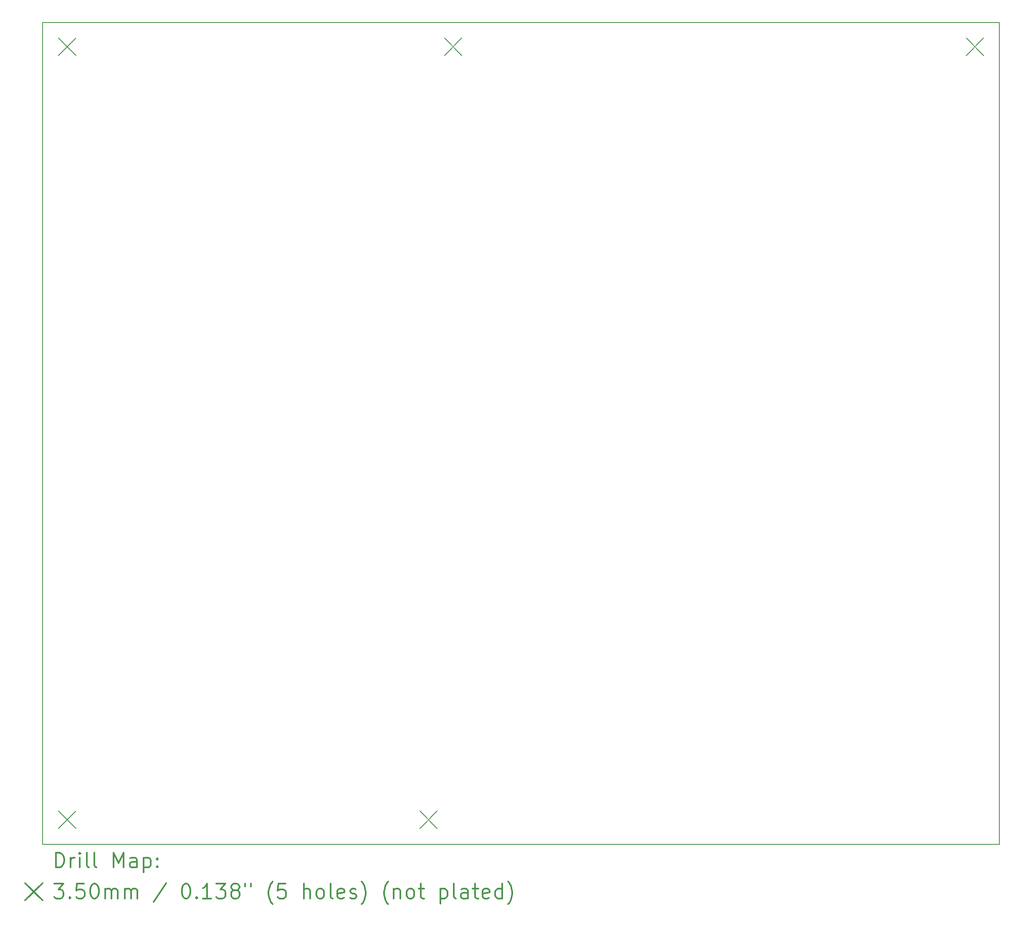
<source format=gbr>
%FSLAX45Y45*%
G04 Gerber Fmt 4.5, Leading zero omitted, Abs format (unit mm)*
G04 Created by KiCad (PCBNEW 4.0.7) date 05/29/19 08:08:42*
%MOMM*%
%LPD*%
G01*
G04 APERTURE LIST*
%ADD10C,0.127000*%
%ADD11C,0.150000*%
%ADD12C,0.200000*%
%ADD13C,0.300000*%
G04 APERTURE END LIST*
D10*
D11*
X3080000Y-19090000D02*
X3080000Y-2420000D01*
X22480000Y-19090000D02*
X3080000Y-19090000D01*
X22480000Y-2420000D02*
X22480000Y-19090000D01*
X3080000Y-2420000D02*
X22480000Y-2420000D01*
X3080000Y-19090000D02*
X3080000Y-16480000D01*
X22480000Y-19090000D02*
X3080000Y-19090000D01*
X22480000Y-16470000D02*
X22480000Y-19090000D01*
X3080000Y-2420000D02*
X3080000Y-16480000D01*
X22480000Y-2420000D02*
X22480000Y-16480000D01*
X3080000Y-2420000D02*
X22480000Y-2420000D01*
D12*
X3399994Y-2739994D02*
X3750006Y-3090006D01*
X3750006Y-2739994D02*
X3399994Y-3090006D01*
X3399994Y-18419994D02*
X3750006Y-18770006D01*
X3750006Y-18419994D02*
X3399994Y-18770006D01*
X10729994Y-18419994D02*
X11080006Y-18770006D01*
X11080006Y-18419994D02*
X10729994Y-18770006D01*
X11229994Y-2739994D02*
X11580006Y-3090006D01*
X11580006Y-2739994D02*
X11229994Y-3090006D01*
X21809994Y-2739994D02*
X22160006Y-3090006D01*
X22160006Y-2739994D02*
X21809994Y-3090006D01*
D13*
X3343928Y-19563214D02*
X3343928Y-19263214D01*
X3415357Y-19263214D01*
X3458214Y-19277500D01*
X3486786Y-19306072D01*
X3501071Y-19334643D01*
X3515357Y-19391786D01*
X3515357Y-19434643D01*
X3501071Y-19491786D01*
X3486786Y-19520357D01*
X3458214Y-19548929D01*
X3415357Y-19563214D01*
X3343928Y-19563214D01*
X3643928Y-19563214D02*
X3643928Y-19363214D01*
X3643928Y-19420357D02*
X3658214Y-19391786D01*
X3672500Y-19377500D01*
X3701071Y-19363214D01*
X3729643Y-19363214D01*
X3829643Y-19563214D02*
X3829643Y-19363214D01*
X3829643Y-19263214D02*
X3815357Y-19277500D01*
X3829643Y-19291786D01*
X3843928Y-19277500D01*
X3829643Y-19263214D01*
X3829643Y-19291786D01*
X4015357Y-19563214D02*
X3986786Y-19548929D01*
X3972500Y-19520357D01*
X3972500Y-19263214D01*
X4172500Y-19563214D02*
X4143928Y-19548929D01*
X4129643Y-19520357D01*
X4129643Y-19263214D01*
X4515357Y-19563214D02*
X4515357Y-19263214D01*
X4615357Y-19477500D01*
X4715357Y-19263214D01*
X4715357Y-19563214D01*
X4986786Y-19563214D02*
X4986786Y-19406072D01*
X4972500Y-19377500D01*
X4943929Y-19363214D01*
X4886786Y-19363214D01*
X4858214Y-19377500D01*
X4986786Y-19548929D02*
X4958214Y-19563214D01*
X4886786Y-19563214D01*
X4858214Y-19548929D01*
X4843929Y-19520357D01*
X4843929Y-19491786D01*
X4858214Y-19463214D01*
X4886786Y-19448929D01*
X4958214Y-19448929D01*
X4986786Y-19434643D01*
X5129643Y-19363214D02*
X5129643Y-19663214D01*
X5129643Y-19377500D02*
X5158214Y-19363214D01*
X5215357Y-19363214D01*
X5243929Y-19377500D01*
X5258214Y-19391786D01*
X5272500Y-19420357D01*
X5272500Y-19506072D01*
X5258214Y-19534643D01*
X5243929Y-19548929D01*
X5215357Y-19563214D01*
X5158214Y-19563214D01*
X5129643Y-19548929D01*
X5401071Y-19534643D02*
X5415357Y-19548929D01*
X5401071Y-19563214D01*
X5386786Y-19548929D01*
X5401071Y-19534643D01*
X5401071Y-19563214D01*
X5401071Y-19377500D02*
X5415357Y-19391786D01*
X5401071Y-19406072D01*
X5386786Y-19391786D01*
X5401071Y-19377500D01*
X5401071Y-19406072D01*
X2722488Y-19882494D02*
X3072500Y-20232506D01*
X3072500Y-19882494D02*
X2722488Y-20232506D01*
X3315357Y-19893214D02*
X3501071Y-19893214D01*
X3401071Y-20007500D01*
X3443928Y-20007500D01*
X3472500Y-20021786D01*
X3486786Y-20036072D01*
X3501071Y-20064643D01*
X3501071Y-20136072D01*
X3486786Y-20164643D01*
X3472500Y-20178929D01*
X3443928Y-20193214D01*
X3358214Y-20193214D01*
X3329643Y-20178929D01*
X3315357Y-20164643D01*
X3629643Y-20164643D02*
X3643928Y-20178929D01*
X3629643Y-20193214D01*
X3615357Y-20178929D01*
X3629643Y-20164643D01*
X3629643Y-20193214D01*
X3915357Y-19893214D02*
X3772500Y-19893214D01*
X3758214Y-20036072D01*
X3772500Y-20021786D01*
X3801071Y-20007500D01*
X3872500Y-20007500D01*
X3901071Y-20021786D01*
X3915357Y-20036072D01*
X3929643Y-20064643D01*
X3929643Y-20136072D01*
X3915357Y-20164643D01*
X3901071Y-20178929D01*
X3872500Y-20193214D01*
X3801071Y-20193214D01*
X3772500Y-20178929D01*
X3758214Y-20164643D01*
X4115357Y-19893214D02*
X4143928Y-19893214D01*
X4172500Y-19907500D01*
X4186786Y-19921786D01*
X4201071Y-19950357D01*
X4215357Y-20007500D01*
X4215357Y-20078929D01*
X4201071Y-20136072D01*
X4186786Y-20164643D01*
X4172500Y-20178929D01*
X4143928Y-20193214D01*
X4115357Y-20193214D01*
X4086786Y-20178929D01*
X4072500Y-20164643D01*
X4058214Y-20136072D01*
X4043928Y-20078929D01*
X4043928Y-20007500D01*
X4058214Y-19950357D01*
X4072500Y-19921786D01*
X4086786Y-19907500D01*
X4115357Y-19893214D01*
X4343929Y-20193214D02*
X4343929Y-19993214D01*
X4343929Y-20021786D02*
X4358214Y-20007500D01*
X4386786Y-19993214D01*
X4429643Y-19993214D01*
X4458214Y-20007500D01*
X4472500Y-20036072D01*
X4472500Y-20193214D01*
X4472500Y-20036072D02*
X4486786Y-20007500D01*
X4515357Y-19993214D01*
X4558214Y-19993214D01*
X4586786Y-20007500D01*
X4601071Y-20036072D01*
X4601071Y-20193214D01*
X4743929Y-20193214D02*
X4743929Y-19993214D01*
X4743929Y-20021786D02*
X4758214Y-20007500D01*
X4786786Y-19993214D01*
X4829643Y-19993214D01*
X4858214Y-20007500D01*
X4872500Y-20036072D01*
X4872500Y-20193214D01*
X4872500Y-20036072D02*
X4886786Y-20007500D01*
X4915357Y-19993214D01*
X4958214Y-19993214D01*
X4986786Y-20007500D01*
X5001071Y-20036072D01*
X5001071Y-20193214D01*
X5586786Y-19878929D02*
X5329643Y-20264643D01*
X5972500Y-19893214D02*
X6001071Y-19893214D01*
X6029643Y-19907500D01*
X6043928Y-19921786D01*
X6058214Y-19950357D01*
X6072500Y-20007500D01*
X6072500Y-20078929D01*
X6058214Y-20136072D01*
X6043928Y-20164643D01*
X6029643Y-20178929D01*
X6001071Y-20193214D01*
X5972500Y-20193214D01*
X5943928Y-20178929D01*
X5929643Y-20164643D01*
X5915357Y-20136072D01*
X5901071Y-20078929D01*
X5901071Y-20007500D01*
X5915357Y-19950357D01*
X5929643Y-19921786D01*
X5943928Y-19907500D01*
X5972500Y-19893214D01*
X6201071Y-20164643D02*
X6215357Y-20178929D01*
X6201071Y-20193214D01*
X6186786Y-20178929D01*
X6201071Y-20164643D01*
X6201071Y-20193214D01*
X6501071Y-20193214D02*
X6329643Y-20193214D01*
X6415357Y-20193214D02*
X6415357Y-19893214D01*
X6386785Y-19936072D01*
X6358214Y-19964643D01*
X6329643Y-19978929D01*
X6601071Y-19893214D02*
X6786785Y-19893214D01*
X6686785Y-20007500D01*
X6729643Y-20007500D01*
X6758214Y-20021786D01*
X6772500Y-20036072D01*
X6786785Y-20064643D01*
X6786785Y-20136072D01*
X6772500Y-20164643D01*
X6758214Y-20178929D01*
X6729643Y-20193214D01*
X6643928Y-20193214D01*
X6615357Y-20178929D01*
X6601071Y-20164643D01*
X6958214Y-20021786D02*
X6929643Y-20007500D01*
X6915357Y-19993214D01*
X6901071Y-19964643D01*
X6901071Y-19950357D01*
X6915357Y-19921786D01*
X6929643Y-19907500D01*
X6958214Y-19893214D01*
X7015357Y-19893214D01*
X7043928Y-19907500D01*
X7058214Y-19921786D01*
X7072500Y-19950357D01*
X7072500Y-19964643D01*
X7058214Y-19993214D01*
X7043928Y-20007500D01*
X7015357Y-20021786D01*
X6958214Y-20021786D01*
X6929643Y-20036072D01*
X6915357Y-20050357D01*
X6901071Y-20078929D01*
X6901071Y-20136072D01*
X6915357Y-20164643D01*
X6929643Y-20178929D01*
X6958214Y-20193214D01*
X7015357Y-20193214D01*
X7043928Y-20178929D01*
X7058214Y-20164643D01*
X7072500Y-20136072D01*
X7072500Y-20078929D01*
X7058214Y-20050357D01*
X7043928Y-20036072D01*
X7015357Y-20021786D01*
X7186786Y-19893214D02*
X7186786Y-19950357D01*
X7301071Y-19893214D02*
X7301071Y-19950357D01*
X7743928Y-20307500D02*
X7729643Y-20293214D01*
X7701071Y-20250357D01*
X7686785Y-20221786D01*
X7672500Y-20178929D01*
X7658214Y-20107500D01*
X7658214Y-20050357D01*
X7672500Y-19978929D01*
X7686785Y-19936072D01*
X7701071Y-19907500D01*
X7729643Y-19864643D01*
X7743928Y-19850357D01*
X8001071Y-19893214D02*
X7858214Y-19893214D01*
X7843928Y-20036072D01*
X7858214Y-20021786D01*
X7886785Y-20007500D01*
X7958214Y-20007500D01*
X7986785Y-20021786D01*
X8001071Y-20036072D01*
X8015357Y-20064643D01*
X8015357Y-20136072D01*
X8001071Y-20164643D01*
X7986785Y-20178929D01*
X7958214Y-20193214D01*
X7886785Y-20193214D01*
X7858214Y-20178929D01*
X7843928Y-20164643D01*
X8372500Y-20193214D02*
X8372500Y-19893214D01*
X8501071Y-20193214D02*
X8501071Y-20036072D01*
X8486786Y-20007500D01*
X8458214Y-19993214D01*
X8415357Y-19993214D01*
X8386785Y-20007500D01*
X8372500Y-20021786D01*
X8686786Y-20193214D02*
X8658214Y-20178929D01*
X8643928Y-20164643D01*
X8629643Y-20136072D01*
X8629643Y-20050357D01*
X8643928Y-20021786D01*
X8658214Y-20007500D01*
X8686786Y-19993214D01*
X8729643Y-19993214D01*
X8758214Y-20007500D01*
X8772500Y-20021786D01*
X8786786Y-20050357D01*
X8786786Y-20136072D01*
X8772500Y-20164643D01*
X8758214Y-20178929D01*
X8729643Y-20193214D01*
X8686786Y-20193214D01*
X8958214Y-20193214D02*
X8929643Y-20178929D01*
X8915357Y-20150357D01*
X8915357Y-19893214D01*
X9186786Y-20178929D02*
X9158214Y-20193214D01*
X9101071Y-20193214D01*
X9072500Y-20178929D01*
X9058214Y-20150357D01*
X9058214Y-20036072D01*
X9072500Y-20007500D01*
X9101071Y-19993214D01*
X9158214Y-19993214D01*
X9186786Y-20007500D01*
X9201071Y-20036072D01*
X9201071Y-20064643D01*
X9058214Y-20093214D01*
X9315357Y-20178929D02*
X9343929Y-20193214D01*
X9401071Y-20193214D01*
X9429643Y-20178929D01*
X9443929Y-20150357D01*
X9443929Y-20136072D01*
X9429643Y-20107500D01*
X9401071Y-20093214D01*
X9358214Y-20093214D01*
X9329643Y-20078929D01*
X9315357Y-20050357D01*
X9315357Y-20036072D01*
X9329643Y-20007500D01*
X9358214Y-19993214D01*
X9401071Y-19993214D01*
X9429643Y-20007500D01*
X9543928Y-20307500D02*
X9558214Y-20293214D01*
X9586786Y-20250357D01*
X9601071Y-20221786D01*
X9615357Y-20178929D01*
X9629643Y-20107500D01*
X9629643Y-20050357D01*
X9615357Y-19978929D01*
X9601071Y-19936072D01*
X9586786Y-19907500D01*
X9558214Y-19864643D01*
X9543928Y-19850357D01*
X10086786Y-20307500D02*
X10072500Y-20293214D01*
X10043928Y-20250357D01*
X10029643Y-20221786D01*
X10015357Y-20178929D01*
X10001071Y-20107500D01*
X10001071Y-20050357D01*
X10015357Y-19978929D01*
X10029643Y-19936072D01*
X10043928Y-19907500D01*
X10072500Y-19864643D01*
X10086786Y-19850357D01*
X10201071Y-19993214D02*
X10201071Y-20193214D01*
X10201071Y-20021786D02*
X10215357Y-20007500D01*
X10243928Y-19993214D01*
X10286786Y-19993214D01*
X10315357Y-20007500D01*
X10329643Y-20036072D01*
X10329643Y-20193214D01*
X10515357Y-20193214D02*
X10486786Y-20178929D01*
X10472500Y-20164643D01*
X10458214Y-20136072D01*
X10458214Y-20050357D01*
X10472500Y-20021786D01*
X10486786Y-20007500D01*
X10515357Y-19993214D01*
X10558214Y-19993214D01*
X10586786Y-20007500D01*
X10601071Y-20021786D01*
X10615357Y-20050357D01*
X10615357Y-20136072D01*
X10601071Y-20164643D01*
X10586786Y-20178929D01*
X10558214Y-20193214D01*
X10515357Y-20193214D01*
X10701071Y-19993214D02*
X10815357Y-19993214D01*
X10743929Y-19893214D02*
X10743929Y-20150357D01*
X10758214Y-20178929D01*
X10786786Y-20193214D01*
X10815357Y-20193214D01*
X11143929Y-19993214D02*
X11143929Y-20293214D01*
X11143929Y-20007500D02*
X11172500Y-19993214D01*
X11229643Y-19993214D01*
X11258214Y-20007500D01*
X11272500Y-20021786D01*
X11286786Y-20050357D01*
X11286786Y-20136072D01*
X11272500Y-20164643D01*
X11258214Y-20178929D01*
X11229643Y-20193214D01*
X11172500Y-20193214D01*
X11143929Y-20178929D01*
X11458214Y-20193214D02*
X11429643Y-20178929D01*
X11415357Y-20150357D01*
X11415357Y-19893214D01*
X11701071Y-20193214D02*
X11701071Y-20036072D01*
X11686786Y-20007500D01*
X11658214Y-19993214D01*
X11601071Y-19993214D01*
X11572500Y-20007500D01*
X11701071Y-20178929D02*
X11672500Y-20193214D01*
X11601071Y-20193214D01*
X11572500Y-20178929D01*
X11558214Y-20150357D01*
X11558214Y-20121786D01*
X11572500Y-20093214D01*
X11601071Y-20078929D01*
X11672500Y-20078929D01*
X11701071Y-20064643D01*
X11801071Y-19993214D02*
X11915357Y-19993214D01*
X11843929Y-19893214D02*
X11843929Y-20150357D01*
X11858214Y-20178929D01*
X11886786Y-20193214D01*
X11915357Y-20193214D01*
X12129643Y-20178929D02*
X12101071Y-20193214D01*
X12043929Y-20193214D01*
X12015357Y-20178929D01*
X12001071Y-20150357D01*
X12001071Y-20036072D01*
X12015357Y-20007500D01*
X12043929Y-19993214D01*
X12101071Y-19993214D01*
X12129643Y-20007500D01*
X12143929Y-20036072D01*
X12143929Y-20064643D01*
X12001071Y-20093214D01*
X12401071Y-20193214D02*
X12401071Y-19893214D01*
X12401071Y-20178929D02*
X12372500Y-20193214D01*
X12315357Y-20193214D01*
X12286786Y-20178929D01*
X12272500Y-20164643D01*
X12258214Y-20136072D01*
X12258214Y-20050357D01*
X12272500Y-20021786D01*
X12286786Y-20007500D01*
X12315357Y-19993214D01*
X12372500Y-19993214D01*
X12401071Y-20007500D01*
X12515357Y-20307500D02*
X12529643Y-20293214D01*
X12558214Y-20250357D01*
X12572500Y-20221786D01*
X12586786Y-20178929D01*
X12601071Y-20107500D01*
X12601071Y-20050357D01*
X12586786Y-19978929D01*
X12572500Y-19936072D01*
X12558214Y-19907500D01*
X12529643Y-19864643D01*
X12515357Y-19850357D01*
M02*

</source>
